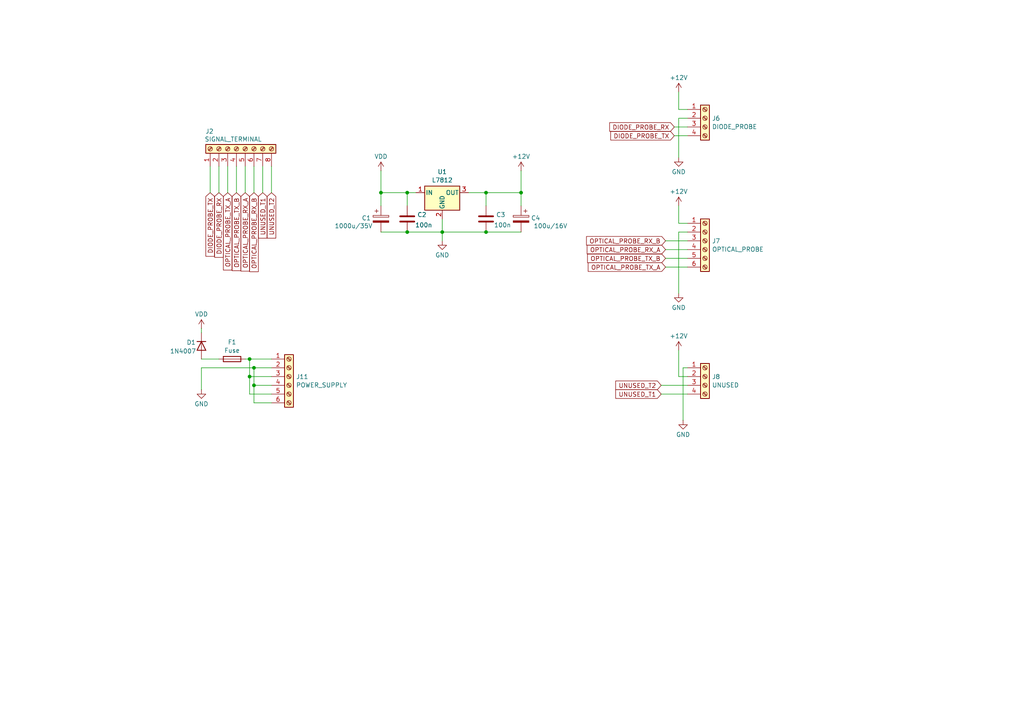
<source format=kicad_sch>
(kicad_sch (version 20231120) (generator "eeschema") (generator_version "8.0")
  (paper "A4")
  (lib_symbols
    (symbol "Connector:Screw_Terminal_01x04" (pin_names (offset 1.016) hide)
      (property "Reference" "J" (at 0 5.08 0))
      (property "Value" "Screw_Terminal_01x04" (at 0 -7.62 0))
      (symbol "Screw_Terminal_01x04_1_1"
        (rectangle (start -1.27 3.81) (end 1.27 -6.35) (stroke (width 0.254)) (fill (type background)))
        (circle (center 0 -5.08) (radius 0.635) (stroke (width 0.1524)))
        (circle (center 0 -2.54) (radius 0.635) (stroke (width 0.1524)))
        (polyline (pts (xy -0.5334 -4.7498) (xy 0.3302 -5.588)) (stroke (width 0.1524)))
        (polyline (pts (xy -0.5334 -2.2098) (xy 0.3302 -3.048)) (stroke (width 0.1524)))
        (polyline (pts (xy -0.5334 0.3302) (xy 0.3302 -0.508)) (stroke (width 0.1524)))
        (polyline (pts (xy -0.5334 2.8702) (xy 0.3302 2.032)) (stroke (width 0.1524)))
        (polyline (pts (xy -0.3556 -4.572) (xy 0.508 -5.4102)) (stroke (width 0.1524)))
        (polyline (pts (xy -0.3556 -2.032) (xy 0.508 -2.8702)) (stroke (width 0.1524)))
        (polyline (pts (xy -0.3556 0.508) (xy 0.508 -0.3302)) (stroke (width 0.1524)))
        (polyline (pts (xy -0.3556 3.048) (xy 0.508 2.2098)) (stroke (width 0.1524)))
        (circle (center 0 0) (radius 0.635) (stroke (width 0.1524)))
        (circle (center 0 2.54) (radius 0.635) (stroke (width 0.1524)))
        (pin passive line (at -5.08 2.54 0) (length 3.81) (name "Pin_1") (number "1"))
        (pin passive line (at -5.08 0 0) (length 3.81) (name "Pin_2") (number "2"))
        (pin passive line (at -5.08 -2.54 0) (length 3.81) (name "Pin_3") (number "3"))
        (pin passive line (at -5.08 -5.08 0) (length 3.81) (name "Pin_4") (number "4"))
      )
    )
    (symbol "Connector:Screw_Terminal_01x06" (pin_names (offset 1.016) hide)
      (property "Reference" "J" (at 0 7.62 0))
      (property "Value" "Screw_Terminal_01x06" (at 0 -10.16 0))
      (symbol "Screw_Terminal_01x06_1_1"
        (rectangle (start -1.27 6.35) (end 1.27 -8.89) (stroke (width 0.254)) (fill (type background)))
        (circle (center 0 -7.62) (radius 0.635) (stroke (width 0.1524)))
        (circle (center 0 -5.08) (radius 0.635) (stroke (width 0.1524)))
        (circle (center 0 -2.54) (radius 0.635) (stroke (width 0.1524)))
        (polyline (pts (xy -0.5334 -7.2898) (xy 0.3302 -8.128)) (stroke (width 0.1524)))
        (polyline (pts (xy -0.5334 -4.7498) (xy 0.3302 -5.588)) (stroke (width 0.1524)))
        (polyline (pts (xy -0.5334 -2.2098) (xy 0.3302 -3.048)) (stroke (width 0.1524)))
        (polyline (pts (xy -0.5334 0.3302) (xy 0.3302 -0.508)) (stroke (width 0.1524)))
        (polyline (pts (xy -0.5334 2.8702) (xy 0.3302 2.032)) (stroke (width 0.1524)))
        (polyline (pts (xy -0.5334 5.4102) (xy 0.3302 4.572)) (stroke (width 0.1524)))
        (polyline (pts (xy -0.3556 -7.112) (xy 0.508 -7.9502)) (stroke (width 0.1524)))
        (polyline (pts (xy -0.3556 -4.572) (xy 0.508 -5.4102)) (stroke (width 0.1524)))
        (polyline (pts (xy -0.3556 -2.032) (xy 0.508 -2.8702)) (stroke (width 0.1524)))
        (polyline (pts (xy -0.3556 0.508) (xy 0.508 -0.3302)) (stroke (width 0.1524)))
        (polyline (pts (xy -0.3556 3.048) (xy 0.508 2.2098)) (stroke (width 0.1524)))
        (polyline (pts (xy -0.3556 5.588) (xy 0.508 4.7498)) (stroke (width 0.1524)))
        (circle (center 0 0) (radius 0.635) (stroke (width 0.1524)))
        (circle (center 0 2.54) (radius 0.635) (stroke (width 0.1524)))
        (circle (center 0 5.08) (radius 0.635) (stroke (width 0.1524)))
        (pin passive line (at -5.08 5.08 0) (length 3.81) (name "Pin_1") (number "1"))
        (pin passive line (at -5.08 2.54 0) (length 3.81) (name "Pin_2") (number "2"))
        (pin passive line (at -5.08 0 0) (length 3.81) (name "Pin_3") (number "3"))
        (pin passive line (at -5.08 -2.54 0) (length 3.81) (name "Pin_4") (number "4"))
        (pin passive line (at -5.08 -5.08 0) (length 3.81) (name "Pin_5") (number "5"))
        (pin passive line (at -5.08 -7.62 0) (length 3.81) (name "Pin_6") (number "6"))
      )
    )
    (symbol "Connector:Screw_Terminal_01x08" (pin_names (offset 1.016) hide)
      (property "Reference" "J" (at 0 10.16 0))
      (property "Value" "Screw_Terminal_01x08" (at 0 -12.7 0))
      (symbol "Screw_Terminal_01x08_1_1"
        (rectangle (start -1.27 8.89) (end 1.27 -11.43) (stroke (width 0.254)) (fill (type background)))
        (circle (center 0 -10.16) (radius 0.635) (stroke (width 0.1524)))
        (circle (center 0 -7.62) (radius 0.635) (stroke (width 0.1524)))
        (circle (center 0 -5.08) (radius 0.635) (stroke (width 0.1524)))
        (circle (center 0 -2.54) (radius 0.635) (stroke (width 0.1524)))
        (polyline (pts (xy -0.5334 -9.8298) (xy 0.3302 -10.668)) (stroke (width 0.1524)))
        (polyline (pts (xy -0.5334 -7.2898) (xy 0.3302 -8.128)) (stroke (width 0.1524)))
        (polyline (pts (xy -0.5334 -4.7498) (xy 0.3302 -5.588)) (stroke (width 0.1524)))
        (polyline (pts (xy -0.5334 -2.2098) (xy 0.3302 -3.048)) (stroke (width 0.1524)))
        (polyline (pts (xy -0.5334 0.3302) (xy 0.3302 -0.508)) (stroke (width 0.1524)))
        (polyline (pts (xy -0.5334 2.8702) (xy 0.3302 2.032)) (stroke (width 0.1524)))
        (polyline (pts (xy -0.5334 5.4102) (xy 0.3302 4.572)) (stroke (width 0.1524)))
        (polyline (pts (xy -0.5334 7.9502) (xy 0.3302 7.112)) (stroke (width 0.1524)))
        (polyline (pts (xy -0.3556 -9.652) (xy 0.508 -10.4902)) (stroke (width 0.1524)))
        (polyline (pts (xy -0.3556 -7.112) (xy 0.508 -7.9502)) (stroke (width 0.1524)))
        (polyline (pts (xy -0.3556 -4.572) (xy 0.508 -5.4102)) (stroke (width 0.1524)))
        (polyline (pts (xy -0.3556 -2.032) (xy 0.508 -2.8702)) (stroke (width 0.1524)))
        (polyline (pts (xy -0.3556 0.508) (xy 0.508 -0.3302)) (stroke (width 0.1524)))
        (polyline (pts (xy -0.3556 3.048) (xy 0.508 2.2098)) (stroke (width 0.1524)))
        (polyline (pts (xy -0.3556 5.588) (xy 0.508 4.7498)) (stroke (width 0.1524)))
        (polyline (pts (xy -0.3556 8.128) (xy 0.508 7.2898)) (stroke (width 0.1524)))
        (circle (center 0 0) (radius 0.635) (stroke (width 0.1524)))
        (circle (center 0 2.54) (radius 0.635) (stroke (width 0.1524)))
        (circle (center 0 5.08) (radius 0.635) (stroke (width 0.1524)))
        (circle (center 0 7.62) (radius 0.635) (stroke (width 0.1524)))
        (pin passive line (at -5.08 7.62 0) (length 3.81) (name "Pin_1") (number "1"))
        (pin passive line (at -5.08 5.08 0) (length 3.81) (name "Pin_2") (number "2"))
        (pin passive line (at -5.08 2.54 0) (length 3.81) (name "Pin_3") (number "3"))
        (pin passive line (at -5.08 0 0) (length 3.81) (name "Pin_4") (number "4"))
        (pin passive line (at -5.08 -2.54 0) (length 3.81) (name "Pin_5") (number "5"))
        (pin passive line (at -5.08 -5.08 0) (length 3.81) (name "Pin_6") (number "6"))
        (pin passive line (at -5.08 -7.62 0) (length 3.81) (name "Pin_7") (number "7"))
        (pin passive line (at -5.08 -10.16 0) (length 3.81) (name "Pin_8") (number "8"))
      )
    )
    (symbol "Device:C" (pin_numbers hide) (pin_names (offset 0.254))
      (property "Reference" "C" (at 0.635 2.54 0))
      (property "Value" "C" (at 0.635 -2.54 0))
      (symbol "C_0_1"
        (polyline (pts (xy -2.032 -0.762) (xy 2.032 -0.762)) (stroke (width 0.508)))
        (polyline (pts (xy -2.032 0.762) (xy 2.032 0.762)) (stroke (width 0.508)))
      )
      (symbol "C_1_1"
        (pin passive line (at 0 3.81 270) (length 2.794) (name "~") (number "1"))
        (pin passive line (at 0 -3.81 90) (length 2.794) (name "~") (number "2"))
      )
    )
    (symbol "Device:C_Polarized" (pin_numbers hide) (pin_names (offset 0.254))
      (property "Reference" "C" (at 0.635 2.54 0))
      (property "Value" "C_Polarized" (at 0.635 -2.54 0))
      (symbol "C_Polarized_0_1"
        (rectangle (start -2.286 0.508) (end 2.286 1.016))
        (polyline (pts (xy -1.778 2.286) (xy -0.762 2.286)))
        (polyline (pts (xy -1.27 2.794) (xy -1.27 1.778)))
        (rectangle (start 2.286 -0.508) (end -2.286 -1.016) (fill (type outline)))
      )
      (symbol "C_Polarized_1_1"
        (pin passive line (at 0 3.81 270) (length 2.794) (name "~") (number "1"))
        (pin passive line (at 0 -3.81 90) (length 2.794) (name "~") (number "2"))
      )
    )
    (symbol "Device:Fuse" (pin_numbers hide) (pin_names (offset 0))
      (property "Reference" "F" (at 2.032 0 90))
      (property "Value" "Fuse" (at -1.905 0 90))
      (symbol "Fuse_0_1"
        (rectangle (start -0.762 -2.54) (end 0.762 2.54) (stroke (width 0.254)))
        (polyline (pts (xy 0 2.54) (xy 0 -2.54)))
      )
      (symbol "Fuse_1_1"
        (pin passive line (at 0 3.81 270) (length 1.27) (name "~") (number "1"))
        (pin passive line (at 0 -3.81 90) (length 1.27) (name "~") (number "2"))
      )
    )
    (symbol "Diode:1N4007" (pin_numbers hide) (pin_names hide)
      (property "Reference" "D" (at 0 2.54 0))
      (property "Value" "1N4007" (at 0 -2.54 0))
      (symbol "1N4007_0_1"
        (polyline (pts (xy -1.27 1.27) (xy -1.27 -1.27)) (stroke (width 0.254)))
        (polyline (pts (xy 1.27 0) (xy -1.27 0)))
        (polyline (pts (xy 1.27 1.27) (xy 1.27 -1.27) (xy -1.27 0) (xy 1.27 1.27)) (stroke (width 0.254)))
      )
      (symbol "1N4007_1_1"
        (pin passive line (at -3.81 0 0) (length 2.54) (name "K") (number "1"))
        (pin passive line (at 3.81 0 180) (length 2.54) (name "A") (number "2"))
      )
    )
    (symbol "Regulator_Linear:L7812" (pin_names (offset 0.254))
      (property "Reference" "U" (at -3.81 3.175 0))
      (property "Value" "L7812" (at 0 3.175 0))
      (symbol "L7812_0_1"
        (rectangle (start -5.08 1.905) (end 5.08 -5.08) (stroke (width 0.254)) (fill (type background)))
      )
      (symbol "L7812_1_1"
        (pin power_in line (at -7.62 0 0) (length 2.54) (name "IN") (number "1"))
        (pin power_in line (at 0 -7.62 90) (length 2.54) (name "GND") (number "2"))
        (pin power_out line (at 7.62 0 180) (length 2.54) (name "OUT") (number "3"))
      )
    )
    (symbol "power:+12V" (power) (pin_numbers hide) (pin_names (offset 0) hide)
      (property "Value" "+12V" (at 0 3.556 0))
      (symbol "+12V_0_1"
        (polyline (pts (xy -0.762 1.27) (xy 0 2.54)))
        (polyline (pts (xy 0 0) (xy 0 2.54)))
        (polyline (pts (xy 0 2.54) (xy 0.762 1.27)))
      )
      (symbol "+12V_1_1"
        (pin power_in line (at 0 0 90) (length 0) (name "~") (number "1"))
      )
    )
    (symbol "power:GND" (power) (pin_numbers hide) (pin_names (offset 0) hide)
      (property "Value" "GND" (at 0 -3.81 0))
      (symbol "GND_0_1"
        (polyline (pts (xy 0 0) (xy 0 -1.27) (xy 1.27 -1.27) (xy 0 -2.54) (xy -1.27 -1.27) (xy 0 -1.27)))
      )
      (symbol "GND_1_1"
        (pin power_in line (at 0 0 270) (length 0) (name "~") (number "1"))
      )
    )
    (symbol "power:VDD" (power) (pin_numbers hide) (pin_names (offset 0) hide)
      (property "Value" "VDD" (at 0 3.556 0))
      (symbol "VDD_0_1"
        (polyline (pts (xy -0.762 1.27) (xy 0 2.54)))
        (polyline (pts (xy 0 0) (xy 0 2.54)))
        (polyline (pts (xy 0 2.54) (xy 0.762 1.27)))
      )
      (symbol "VDD_1_1"
        (pin power_in line (at 0 0 90) (length 0) (name "~") (number "1"))
      )
    )
  )
  (junction (at 73.66 111.76))
  (junction (at 128.27 67.31))
  (junction (at 151.13 55.88))
  (junction (at 72.39 104.14))
  (junction (at 118.11 67.31))
  (junction (at 140.97 55.88))
  (junction (at 110.49 55.88))
  (junction (at 140.97 67.31))
  (junction (at 73.66 106.68))
  (junction (at 72.39 109.22))
  (junction (at 118.11 55.88))
  (wire (pts (xy 72.39 104.14) (xy 72.39 109.22)))
  (wire (pts (xy 151.13 55.88) (xy 151.13 49.53)))
  (wire (pts (xy 73.66 55.88) (xy 73.66 48.26)))
  (wire (pts (xy 58.42 95.25) (xy 58.42 96.52)))
  (wire (pts (xy 196.85 34.29) (xy 196.85 45.72)))
  (wire (pts (xy 110.49 55.88) (xy 118.11 55.88)))
  (wire (pts (xy 68.58 55.88) (xy 68.58 48.26)))
  (wire (pts (xy 193.04 69.85) (xy 199.39 69.85)))
  (wire (pts (xy 60.96 55.88) (xy 60.96 48.26)))
  (wire (pts (xy 71.12 55.88) (xy 71.12 48.26)))
  (wire (pts (xy 199.39 34.29) (xy 196.85 34.29)))
  (wire (pts (xy 193.04 77.47) (xy 199.39 77.47)))
  (wire (pts (xy 195.58 36.83) (xy 199.39 36.83)))
  (wire (pts (xy 128.27 67.31) (xy 128.27 69.85)))
  (wire (pts (xy 73.66 116.84) (xy 78.74 116.84)))
  (wire (pts (xy 110.49 67.31) (xy 118.11 67.31)))
  (wire (pts (xy 72.39 109.22) (xy 78.74 109.22)))
  (wire (pts (xy 199.39 67.31) (xy 196.85 67.31)))
  (wire (pts (xy 191.77 111.76) (xy 199.39 111.76)))
  (wire (pts (xy 66.04 55.88) (xy 66.04 48.26)))
  (wire (pts (xy 58.42 106.68) (xy 73.66 106.68)))
  (wire (pts (xy 198.12 106.68) (xy 198.12 121.92)))
  (wire (pts (xy 196.85 67.31) (xy 196.85 85.09)))
  (wire (pts (xy 191.77 114.3) (xy 199.39 114.3)))
  (wire (pts (xy 193.04 72.39) (xy 199.39 72.39)))
  (wire (pts (xy 195.58 39.37) (xy 199.39 39.37)))
  (wire (pts (xy 78.74 48.26) (xy 78.74 55.88)))
  (wire (pts (xy 76.2 48.26) (xy 76.2 55.88)))
  (wire (pts (xy 63.5 55.88) (xy 63.5 48.26)))
  (wire (pts (xy 71.12 104.14) (xy 72.39 104.14)))
  (wire (pts (xy 128.27 67.31) (xy 140.97 67.31)))
  (wire (pts (xy 72.39 109.22) (xy 72.39 114.3)))
  (wire (pts (xy 128.27 63.5) (xy 128.27 67.31)))
  (wire (pts (xy 118.11 67.31) (xy 128.27 67.31)))
  (wire (pts (xy 199.39 31.75) (xy 196.85 31.75)))
  (wire (pts (xy 199.39 109.22) (xy 196.85 109.22)))
  (wire (pts (xy 72.39 114.3) (xy 78.74 114.3)))
  (wire (pts (xy 72.39 104.14) (xy 78.74 104.14)))
  (wire (pts (xy 151.13 55.88) (xy 151.13 59.69)))
  (wire (pts (xy 140.97 67.31) (xy 151.13 67.31)))
  (wire (pts (xy 110.49 55.88) (xy 110.49 59.69)))
  (wire (pts (xy 140.97 55.88) (xy 140.97 59.69)))
  (wire (pts (xy 73.66 111.76) (xy 73.66 116.84)))
  (wire (pts (xy 196.85 64.77) (xy 196.85 59.69)))
  (wire (pts (xy 58.42 106.68) (xy 58.42 113.03)))
  (wire (pts (xy 118.11 55.88) (xy 118.11 59.69)))
  (wire (pts (xy 73.66 106.68) (xy 78.74 106.68)))
  (wire (pts (xy 73.66 111.76) (xy 78.74 111.76)))
  (wire (pts (xy 135.89 55.88) (xy 140.97 55.88)))
  (wire (pts (xy 58.42 104.14) (xy 63.5 104.14)))
  (wire (pts (xy 140.97 55.88) (xy 151.13 55.88)))
  (wire (pts (xy 118.11 55.88) (xy 120.65 55.88)))
  (wire (pts (xy 196.85 101.6) (xy 196.85 109.22)))
  (wire (pts (xy 196.85 31.75) (xy 196.85 26.67)))
  (wire (pts (xy 199.39 106.68) (xy 198.12 106.68)))
  (wire (pts (xy 110.49 49.53) (xy 110.49 55.88)))
  (wire (pts (xy 73.66 106.68) (xy 73.66 111.76)))
  (wire (pts (xy 199.39 64.77) (xy 196.85 64.77)))
  (wire (pts (xy 193.04 74.93) (xy 199.39 74.93)))
  (global_label "UNUSED_T1" (shape input) (at 191.77 114.3 180) (property "Intersheetrefs" "${INTERSHEET_REFS}" (effects (hide yes))))
  (global_label "DIODE_PROBE_RX" (shape input) (at 195.58 36.83 180) (property "Intersheetrefs" "${INTERSHEET_REFS}" (effects (hide yes))))
  (global_label "DIODE_PROBE_TX" (shape input) (at 60.96 55.88 270) (property "Intersheetrefs" "${INTERSHEET_REFS}" (effects (hide yes))))
  (global_label "UNUSED_T1" (shape input) (at 76.2 55.88 270) (property "Intersheetrefs" "${INTERSHEET_REFS}" (effects (hide yes))))
  (global_label "OPTICAL_PROBE_TX_B" (shape input) (at 68.58 55.88 270) (property "Intersheetrefs" "${INTERSHEET_REFS}" (effects (hide yes))))
  (global_label "OPTICAL_PROBE_RX_B" (shape input) (at 73.66 55.88 270) (property "Intersheetrefs" "${INTERSHEET_REFS}" (effects (hide yes))))
  (global_label "OPTICAL_PROBE_TX_A" (shape input) (at 193.04 77.47 180) (property "Intersheetrefs" "${INTERSHEET_REFS}" (effects (hide yes))))
  (global_label "DIODE_PROBE_RX" (shape input) (at 63.5 55.88 270) (property "Intersheetrefs" "${INTERSHEET_REFS}" (effects (hide yes))))
  (global_label "OPTICAL_PROBE_RX_A" (shape input) (at 71.12 55.88 270) (property "Intersheetrefs" "${INTERSHEET_REFS}" (effects (hide yes))))
  (global_label "UNUSED_T2" (shape input) (at 78.74 55.88 270) (property "Intersheetrefs" "${INTERSHEET_REFS}" (effects (hide yes))))
  (global_label "OPTICAL_PROBE_RX_A" (shape input) (at 193.04 72.39 180) (property "Intersheetrefs" "${INTERSHEET_REFS}" (effects (hide yes))))
  (global_label "DIODE_PROBE_TX" (shape input) (at 195.58 39.37 180) (property "Intersheetrefs" "${INTERSHEET_REFS}" (effects (hide yes))))
  (global_label "OPTICAL_PROBE_TX_A" (shape input) (at 66.04 55.88 270) (property "Intersheetrefs" "${INTERSHEET_REFS}" (effects (hide yes))))
  (global_label "UNUSED_T2" (shape input) (at 191.77 111.76 180) (property "Intersheetrefs" "${INTERSHEET_REFS}" (effects (hide yes))))
  (global_label "OPTICAL_PROBE_RX_B" (shape input) (at 193.04 69.85 180) (property "Intersheetrefs" "${INTERSHEET_REFS}" (effects (hide yes))))
  (global_label "OPTICAL_PROBE_TX_B" (shape input) (at 193.04 74.93 180) (property "Intersheetrefs" "${INTERSHEET_REFS}" (effects (hide yes))))
  (symbol (lib_id "Device:C_Polarized") (at 151.13 63.5 0) (mirror y) (unit 1)
    (property "Reference" "C4" (at 156.718 63.246 0) (effects (justify left)))
    (property "Value" "100u/16V" (at 164.592 65.532 0) (effects (justify left)))
    (property "Footprint" "Capacitor_THT:CP_Radial_D6.3mm_P2.50mm" (effects (hide yes)))
    (property "Description" "Polarized capacitor" (effects (hide yes)))
  )
  (symbol (lib_id "Device:C_Polarized") (at 110.49 63.5 0) (unit 1)
    (property "Reference" "C1" (at 104.902 63.246 0) (effects (justify left)))
    (property "Value" "1000u/35V" (at 97.028 65.532 0) (effects (justify left)))
    (property "Footprint" "Capacitor_THT:CP_Radial_D10.0mm_P5.00mm" (effects (hide yes)))
    (property "Description" "Polarized capacitor" (effects (hide yes)))
  )
  (symbol (lib_id "Connector:Screw_Terminal_01x06") (at 83.82 109.22 0) (unit 1)
    (property "Reference" "J11" (at 85.852 109.2778 0) (effects (justify left)))
    (property "Value" "POWER_SUPPLY" (at 85.852 111.7021 0) (effects (justify left)))
    (property "Footprint" "My-Footprints-connectors:Screw-Terminal-P6-rast-5mm-6,7x30" (effects (hide yes)))
    (property "Description" "Generic screw terminal, single row, 01x06, script generated (kicad-library-utils/schlib/autogen/connector/)" (effects (hide yes)))
  )
  (symbol (lib_id "power:+12V") (at 151.13 49.53 0) (unit 1)
    (property "Reference" "#PWR05" (effects (hide yes)))
    (property "Value" "+12V" (at 151.13 45.3969 0))
    (property "Description" "Power symbol creates a global label with name \"+12V\"" (effects (hide yes)))
  )
  (symbol (lib_id "power:GND") (at 58.42 113.03 0) (unit 1)
    (property "Reference" "#PWR02" (effects (hide yes)))
    (property "Value" "GND" (at 58.42 117.1631 0))
    (property "Description" "Power symbol creates a global label with name \"GND\" , ground" (effects (hide yes)))
  )
  (symbol (lib_id "power:+12V") (at 196.85 101.6 0) (unit 1)
    (property "Reference" "#PWR010" (effects (hide yes)))
    (property "Value" "+12V" (at 196.85 97.4669 0))
    (property "Description" "Power symbol creates a global label with name \"+12V\"" (effects (hide yes)))
  )
  (symbol (lib_id "Connector:Screw_Terminal_01x08") (at 68.58 43.18 90) (unit 1)
    (property "Reference" "J2" (at 61.976 38.1 90) (effects (justify left)))
    (property "Value" "SIGNAL_TERMINAL" (at 75.946 40.386 90) (effects (justify left)))
    (property "Footprint" "My-Footprints-connectors:WAGO-255-8P" (effects (hide yes)))
    (property "Description" "Generic screw terminal, single row, 01x08, script generated (kicad-library-utils/schlib/autogen/connector/)" (effects (hide yes)))
  )
  (symbol (lib_id "power:GND") (at 198.12 121.92 0) (unit 1)
    (property "Reference" "#PWR011" (effects (hide yes)))
    (property "Value" "GND" (at 198.12 126.0531 0))
    (property "Description" "Power symbol creates a global label with name \"GND\" , ground" (effects (hide yes)))
  )
  (symbol (lib_id "Device:C") (at 140.97 63.5 0) (unit 1)
    (property "Reference" "C3" (at 143.891 62.2878 0) (effects (justify left)))
    (property "Value" "100n" (at 143.256 65.278 0) (effects (justify left)))
    (property "Footprint" "Capacitor_THT:C_Disc_D4.7mm_W2.5mm_P5.00mm" (effects (hide yes)))
    (property "Description" "Unpolarized capacitor" (effects (hide yes)))
  )
  (symbol (lib_id "power:VDD") (at 110.49 49.53 0) (unit 1)
    (property "Reference" "#PWR03" (effects (hide yes)))
    (property "Value" "VDD" (at 110.49 45.3969 0))
    (property "Description" "Power symbol creates a global label with name \"VDD\"" (effects (hide yes)))
  )
  (symbol (lib_id "power:VDD") (at 58.42 95.25 0) (unit 1)
    (property "Reference" "#PWR01" (effects (hide yes)))
    (property "Value" "VDD" (at 58.42 91.1169 0))
    (property "Description" "Power symbol creates a global label with name \"VDD\"" (effects (hide yes)))
  )
  (symbol (lib_id "power:GND") (at 196.85 85.09 0) (unit 1)
    (property "Reference" "#PWR09" (effects (hide yes)))
    (property "Value" "GND" (at 196.85 89.2231 0))
    (property "Description" "Power symbol creates a global label with name \"GND\" , ground" (effects (hide yes)))
  )
  (symbol (lib_id "Regulator_Linear:L7812") (at 128.27 55.88 0) (unit 1)
    (property "Reference" "U1" (at 128.27 49.8305 0))
    (property "Value" "L7812" (at 128.27 52.2548 0))
    (property "Footprint" "Package_TO_SOT_THT:TO-220-3_Vertical" (effects (hide yes)))
    (property "Datasheet" "http://www.st.com/content/ccc/resource/technical/document/datasheet/41/4f/b3/b0/12/d4/47/88/CD00000444.pdf/files/CD00000444.pdf/jcr:content/translations/en.CD00000444.pdf" (effects (hide yes)))
    (property "Description" "Positive 1.5A 35V Linear Regulator, Fixed Output 12V, TO-220/TO-263/TO-252" (effects (hide yes)))
  )
  (symbol (lib_id "power:GND") (at 128.27 69.85 0) (unit 1)
    (property "Reference" "#PWR04" (effects (hide yes)))
    (property "Value" "GND" (at 128.27 73.9831 0))
    (property "Description" "Power symbol creates a global label with name \"GND\" , ground" (effects (hide yes)))
  )
  (symbol (lib_id "power:+12V") (at 196.85 26.67 0) (unit 1)
    (property "Reference" "#PWR06" (effects (hide yes)))
    (property "Value" "+12V" (at 196.85 22.5369 0))
    (property "Description" "Power symbol creates a global label with name \"+12V\"" (effects (hide yes)))
  )
  (symbol (lib_id "Device:C") (at 118.11 63.5 0) (unit 1)
    (property "Reference" "C2" (at 121.031 62.2878 0) (effects (justify left)))
    (property "Value" "100n" (at 120.396 65.278 0) (effects (justify left)))
    (property "Footprint" "Capacitor_THT:C_Disc_D4.7mm_W2.5mm_P5.00mm" (effects (hide yes)))
    (property "Description" "Unpolarized capacitor" (effects (hide yes)))
  )
  (symbol (lib_id "Connector:Screw_Terminal_01x04") (at 204.47 34.29 0) (unit 1)
    (property "Reference" "J6" (at 206.502 34.3478 0) (effects (justify left)))
    (property "Value" "DIODE_PROBE" (at 206.502 36.7721 0) (effects (justify left)))
    (property "Footprint" "My-Footprints-connectors:WAGO-739-4P" (effects (hide yes)))
    (property "Description" "Generic screw terminal, single row, 01x04, script generated (kicad-library-utils/schlib/autogen/connector/)" (effects (hide yes)))
  )
  (symbol (lib_id "Diode:1N4007") (at 58.42 100.33 270) (unit 1)
    (property "Reference" "D1" (at 54.102 99.314 90) (effects (justify left)))
    (property "Value" "1N4007" (at 49.276 101.854 90) (effects (justify left)))
    (property "Footprint" "Diode_THT:D_DO-41_SOD81_P10.16mm_Horizontal" (effects (hide yes)))
    (property "Datasheet" "http://www.vishay.com/docs/88503/1n4001.pdf" (effects (hide yes)))
    (property "Description" "1000V 1A General Purpose Rectifier Diode, DO-41" (effects (hide yes)))
    (property "Sim.Device" "D" (effects (hide yes)))
    (property "Sim.Pins" "1=K 2=A" (effects (hide yes)))
  )
  (symbol (lib_id "Connector:Screw_Terminal_01x04") (at 204.47 109.22 0) (unit 1)
    (property "Reference" "J8" (at 206.502 109.2778 0) (effects (justify left)))
    (property "Value" "UNUSED" (at 206.502 111.7021 0) (effects (justify left)))
    (property "Footprint" "My-Footprints-connectors:WAGO-739-4P" (effects (hide yes)))
    (property "Description" "Generic screw terminal, single row, 01x04, script generated (kicad-library-utils/schlib/autogen/connector/)" (effects (hide yes)))
  )
  (symbol (lib_id "Device:Fuse") (at 67.31 104.14 90) (unit 1)
    (property "Reference" "F1" (at 67.31 99.2335 90))
    (property "Value" "Fuse" (at 67.31 101.6578 90))
    (property "Footprint" "My-Footprints:Fuseholder_Clip-5x20mm_Eaton_1A5601-01_Inline_P20.80x6.76mm_D1.70mm_Horizontal" (effects (hide yes)))
    (property "Description" "Fuse" (effects (hide yes)))
  )
  (symbol (lib_id "power:GND") (at 196.85 45.72 0) (unit 1)
    (property "Reference" "#PWR07" (effects (hide yes)))
    (property "Value" "GND" (at 196.85 49.8531 0))
    (property "Description" "Power symbol creates a global label with name \"GND\" , ground" (effects (hide yes)))
  )
  (symbol (lib_id "power:+12V") (at 196.85 59.69 0) (unit 1)
    (property "Reference" "#PWR08" (effects (hide yes)))
    (property "Value" "+12V" (at 196.85 55.5569 0))
    (property "Description" "Power symbol creates a global label with name \"+12V\"" (effects (hide yes)))
  )
  (symbol (lib_id "Connector:Screw_Terminal_01x06") (at 204.47 69.85 0) (unit 1)
    (property "Reference" "J7" (at 206.502 69.9078 0) (effects (justify left)))
    (property "Value" "OPTICAL_PROBE" (at 206.502 72.3321 0) (effects (justify left)))
    (property "Footprint" "My-Footprints-connectors:HDQ-250-6P" (effects (hide yes)))
    (property "Description" "Generic screw terminal, single row, 01x06, script generated (kicad-library-utils/schlib/autogen/connector/)" (effects (hide yes)))
  )
)
</source>
